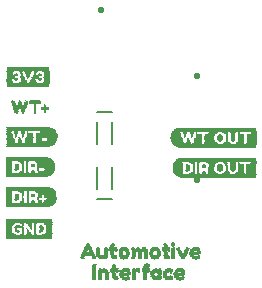
<source format=gto>
G04 EAGLE Gerber RS-274X export*
G75*
%MOMM*%
%FSLAX34Y34*%
%LPD*%
%INSilkscreen Top*%
%IPPOS*%
%AMOC8*
5,1,8,0,0,1.08239X$1,22.5*%
G01*
%ADD10C,0.203200*%
%ADD11C,0.567956*%
%ADD12R,6.640000X0.040000*%
%ADD13R,6.760000X0.040000*%
%ADD14R,6.840000X0.040000*%
%ADD15R,6.920000X0.040000*%
%ADD16R,6.960000X0.040000*%
%ADD17R,7.000000X0.040000*%
%ADD18R,7.040000X0.040000*%
%ADD19R,0.800000X0.040000*%
%ADD20R,1.040000X0.040000*%
%ADD21R,2.040000X0.040000*%
%ADD22R,2.960000X0.040000*%
%ADD23R,0.720000X0.040000*%
%ADD24R,0.400000X0.040000*%
%ADD25R,0.360000X0.040000*%
%ADD26R,0.080000X0.040000*%
%ADD27R,0.760000X0.040000*%
%ADD28R,0.440000X0.040000*%
%ADD29R,0.480000X0.040000*%
%ADD30R,0.120000X0.040000*%
%ADD31R,0.320000X0.040000*%
%ADD32R,0.040000X0.040000*%
%ADD33R,0.680000X0.040000*%
%ADD34R,0.640000X0.040000*%
%ADD35R,0.280000X0.040000*%
%ADD36R,0.600000X0.040000*%
%ADD37R,0.240000X0.040000*%
%ADD38R,0.880000X0.040000*%
%ADD39R,0.200000X0.040000*%
%ADD40R,0.840000X0.040000*%
%ADD41R,0.160000X0.040000*%
%ADD42R,0.520000X0.040000*%
%ADD43R,0.920000X0.040000*%
%ADD44R,0.560000X0.040000*%
%ADD45R,0.960000X0.040000*%
%ADD46R,1.000000X0.040000*%
%ADD47R,1.160000X0.040000*%
%ADD48R,6.480000X0.040000*%
%ADD49R,6.600000X0.040000*%
%ADD50R,6.680000X0.040000*%
%ADD51R,6.800000X0.040000*%
%ADD52R,6.880000X0.040000*%
%ADD53R,3.760000X0.040000*%
%ADD54R,3.520000X0.040000*%
%ADD55R,3.640000X0.040000*%
%ADD56R,3.720000X0.040000*%
%ADD57R,3.800000X0.040000*%
%ADD58R,3.840000X0.040000*%
%ADD59R,3.880000X0.040000*%
%ADD60R,3.920000X0.040000*%
%ADD61R,3.960000X0.040000*%
%ADD62R,1.560000X0.040000*%
%ADD63R,1.480000X0.040000*%
%ADD64R,1.440000X0.040000*%
%ADD65R,1.520000X0.040000*%
%ADD66R,1.400000X0.040000*%
%ADD67R,1.360000X0.040000*%
%ADD68R,1.320000X0.040000*%
%ADD69R,3.680000X0.040000*%
%ADD70R,4.000000X0.040000*%
%ADD71R,4.040000X0.040000*%
%ADD72R,4.080000X0.040000*%
%ADD73R,4.120000X0.040000*%
%ADD74R,1.720000X0.040000*%
%ADD75R,1.640000X0.040000*%
%ADD76R,1.600000X0.040000*%
%ADD77R,1.080000X0.040000*%
%ADD78R,2.480000X0.040000*%
%ADD79R,1.760000X0.040000*%
%ADD80R,1.800000X0.040000*%
%ADD81R,1.680000X0.040000*%
%ADD82R,2.800000X0.040000*%
%ADD83R,1.120000X0.040000*%
%ADD84R,0.200000X0.050000*%
%ADD85R,0.050000X0.050000*%
%ADD86R,0.300000X0.050000*%
%ADD87R,0.250000X0.050000*%
%ADD88R,0.100000X0.050000*%
%ADD89R,0.350000X0.050000*%
%ADD90R,0.400000X0.050000*%
%ADD91R,0.450000X0.050000*%
%ADD92R,0.500000X0.050000*%
%ADD93R,0.550000X0.050000*%
%ADD94R,0.600000X0.050000*%
%ADD95R,0.700000X0.050000*%
%ADD96R,0.650000X0.050000*%
%ADD97R,0.750000X0.050000*%
%ADD98R,0.800000X0.050000*%
%ADD99R,1.300000X0.050000*%
%ADD100R,1.350000X0.050000*%
%ADD101R,0.900000X0.050000*%
%ADD102R,1.400000X0.050000*%
%ADD103R,0.400000X0.060000*%
%ADD104R,0.350000X0.060000*%
%ADD105R,0.300000X0.060000*%
%ADD106R,1.000000X0.050000*%
%ADD107R,0.950000X0.050000*%
%ADD108R,1.050000X0.050000*%
%ADD109R,1.100000X0.050000*%
%ADD110R,1.150000X0.050000*%
%ADD111R,0.850000X0.050000*%
%ADD112R,1.200000X0.060000*%
%ADD113R,0.950000X0.060000*%
%ADD114R,0.600000X0.060000*%
%ADD115R,1.250000X0.050000*%
%ADD116R,0.150000X0.050000*%
%ADD117R,0.750000X0.060000*%
%ADD118R,0.450000X0.060000*%
%ADD119R,0.700000X0.060000*%
%ADD120R,0.100000X0.060000*%
%ADD121R,0.250000X0.060000*%


D10*
X111025Y161210D02*
X98525Y161210D01*
X111025Y152510D02*
X111025Y134510D01*
X98525Y134510D02*
X98525Y152510D01*
D11*
X101600Y247650D03*
X182880Y191770D03*
X182880Y104140D03*
D10*
X111025Y87710D02*
X98525Y87710D01*
X98525Y96410D02*
X98525Y114410D01*
X111025Y114410D02*
X111025Y96410D01*
D12*
X199785Y147065D03*
D13*
X199185Y146665D03*
D14*
X198785Y146265D03*
D15*
X198385Y145865D03*
D16*
X198185Y145465D03*
D17*
X197985Y145065D03*
D18*
X197785Y144665D03*
D19*
X166185Y144265D03*
D20*
X175785Y144265D03*
D21*
X191585Y144265D03*
D22*
X218185Y144265D03*
D23*
X165385Y143865D03*
D24*
X172985Y143865D03*
D25*
X178385Y143865D03*
D26*
X182585Y143865D03*
D27*
X196785Y143865D03*
D28*
X206785Y143865D03*
D29*
X213385Y143865D03*
D30*
X218385Y143865D03*
D28*
X230785Y143865D03*
D23*
X165385Y143465D03*
D31*
X172985Y143465D03*
X178585Y143465D03*
D32*
X182785Y143465D03*
D33*
X196385Y143465D03*
D25*
X207185Y143465D03*
D24*
X213385Y143465D03*
D26*
X218585Y143465D03*
D24*
X230985Y143465D03*
D27*
X165185Y143065D03*
D31*
X172985Y143065D03*
X178585Y143065D03*
D32*
X182785Y143065D03*
D34*
X196185Y143065D03*
D31*
X207385Y143065D03*
D24*
X213385Y143065D03*
D26*
X218585Y143065D03*
D24*
X230985Y143065D03*
D27*
X165185Y142665D03*
D35*
X172785Y142665D03*
X178385Y142665D03*
D32*
X182785Y142665D03*
D36*
X195985Y142665D03*
D35*
X207585Y142665D03*
D24*
X213385Y142665D03*
D26*
X218585Y142665D03*
D24*
X230985Y142665D03*
D19*
X164985Y142265D03*
D37*
X172985Y142265D03*
X178585Y142265D03*
D26*
X182985Y142265D03*
D36*
X195585Y142265D03*
D37*
X207785Y142265D03*
D24*
X213385Y142265D03*
D30*
X218785Y142265D03*
D28*
X230785Y142265D03*
D19*
X164985Y141865D03*
D37*
X172985Y141865D03*
X178585Y141865D03*
D29*
X184585Y141865D03*
D38*
X193785Y141865D03*
D39*
X207985Y141865D03*
D24*
X213385Y141865D03*
D28*
X220385Y141865D03*
D19*
X228985Y141865D03*
D40*
X165185Y141465D03*
D39*
X172785Y141465D03*
X178385Y141465D03*
D29*
X184585Y141465D03*
D40*
X193585Y141465D03*
D37*
X202585Y141465D03*
D41*
X208185Y141465D03*
D24*
X213385Y141465D03*
D28*
X220385Y141465D03*
D19*
X228985Y141465D03*
D38*
X164985Y141065D03*
D41*
X172985Y141065D03*
X178585Y141065D03*
D42*
X184385Y141065D03*
D40*
X193585Y141065D03*
D25*
X202385Y141065D03*
D41*
X208185Y141065D03*
D24*
X213385Y141065D03*
D28*
X220385Y141065D03*
D19*
X228985Y141065D03*
D38*
X164985Y140665D03*
D41*
X172985Y140665D03*
X178585Y140665D03*
D42*
X184385Y140665D03*
D40*
X193585Y140665D03*
D24*
X202585Y140665D03*
D41*
X208185Y140665D03*
D24*
X213385Y140665D03*
D28*
X220385Y140665D03*
D19*
X228985Y140665D03*
D43*
X165185Y140265D03*
D30*
X172785Y140265D03*
X178385Y140265D03*
D42*
X184385Y140265D03*
D19*
X193385Y140265D03*
D29*
X202585Y140265D03*
D30*
X208385Y140265D03*
D24*
X213385Y140265D03*
D28*
X220385Y140265D03*
D19*
X228985Y140265D03*
D43*
X165185Y139865D03*
D26*
X172985Y139865D03*
X178585Y139865D03*
D44*
X184185Y139865D03*
D19*
X193385Y139865D03*
D29*
X202585Y139865D03*
D30*
X208385Y139865D03*
D24*
X213385Y139865D03*
D28*
X220385Y139865D03*
D19*
X228985Y139865D03*
D45*
X165385Y139465D03*
D26*
X172985Y139465D03*
X178585Y139465D03*
D44*
X184185Y139465D03*
D19*
X193385Y139465D03*
D44*
X202585Y139465D03*
D30*
X208385Y139465D03*
D24*
X213385Y139465D03*
D28*
X220385Y139465D03*
D19*
X228985Y139465D03*
D45*
X165385Y139065D03*
D32*
X172785Y139065D03*
X178385Y139065D03*
D44*
X184185Y139065D03*
D19*
X193385Y139065D03*
D44*
X202585Y139065D03*
D30*
X208385Y139065D03*
D24*
X213385Y139065D03*
D28*
X220385Y139065D03*
D19*
X228985Y139065D03*
D45*
X165385Y138665D03*
D32*
X175585Y138665D03*
D36*
X183985Y138665D03*
D19*
X193385Y138665D03*
D44*
X202585Y138665D03*
D30*
X208385Y138665D03*
D24*
X213385Y138665D03*
D28*
X220385Y138665D03*
D19*
X228985Y138665D03*
D46*
X165585Y138265D03*
D26*
X175785Y138265D03*
D36*
X183985Y138265D03*
D19*
X193385Y138265D03*
D44*
X202585Y138265D03*
D30*
X208385Y138265D03*
D24*
X213385Y138265D03*
D28*
X220385Y138265D03*
D19*
X228985Y138265D03*
D46*
X165585Y137865D03*
D30*
X175585Y137865D03*
D36*
X183985Y137865D03*
D19*
X193385Y137865D03*
D29*
X202585Y137865D03*
D30*
X208385Y137865D03*
D24*
X213385Y137865D03*
D28*
X220385Y137865D03*
D19*
X228985Y137865D03*
D46*
X165585Y137465D03*
D30*
X175585Y137465D03*
D34*
X183785Y137465D03*
D19*
X193385Y137465D03*
D29*
X202585Y137465D03*
D41*
X208185Y137465D03*
D24*
X213385Y137465D03*
D29*
X220185Y137465D03*
D19*
X228985Y137465D03*
D20*
X165785Y137065D03*
D41*
X175785Y137065D03*
D34*
X183785Y137065D03*
D40*
X193585Y137065D03*
D24*
X202585Y137065D03*
D41*
X208185Y137065D03*
D31*
X213385Y137065D03*
D29*
X220185Y137065D03*
D19*
X228985Y137065D03*
D46*
X165985Y136665D03*
D39*
X175585Y136665D03*
D34*
X183785Y136665D03*
D40*
X193585Y136665D03*
D31*
X202585Y136665D03*
D41*
X208185Y136665D03*
D31*
X213385Y136665D03*
D29*
X220185Y136665D03*
D19*
X228985Y136665D03*
D46*
X165985Y136265D03*
D39*
X175585Y136265D03*
D33*
X183585Y136265D03*
D38*
X193785Y136265D03*
D37*
X202585Y136265D03*
X208185Y136265D03*
D39*
X213585Y136265D03*
D42*
X219985Y136265D03*
D19*
X228985Y136265D03*
D20*
X166185Y135865D03*
D37*
X175785Y135865D03*
D33*
X183585Y135865D03*
D38*
X193785Y135865D03*
D37*
X208185Y135865D03*
D42*
X219985Y135865D03*
D19*
X228985Y135865D03*
D46*
X166385Y135465D03*
D35*
X175585Y135465D03*
D33*
X183585Y135465D03*
D43*
X193985Y135465D03*
D31*
X208185Y135465D03*
D44*
X219785Y135465D03*
D19*
X228985Y135465D03*
D46*
X166385Y135065D03*
D31*
X175785Y135065D03*
D23*
X183385Y135065D03*
D45*
X194185Y135065D03*
D24*
X208185Y135065D03*
D44*
X219785Y135065D03*
D19*
X228985Y135065D03*
D46*
X166785Y134665D03*
D31*
X175785Y134665D03*
D23*
X183385Y134665D03*
D46*
X194385Y134665D03*
D29*
X208185Y134665D03*
D36*
X219585Y134665D03*
D19*
X228985Y134665D03*
D46*
X166785Y134265D03*
D25*
X175585Y134265D03*
D23*
X183385Y134265D03*
D20*
X194585Y134265D03*
D44*
X208185Y134265D03*
D33*
X219185Y134265D03*
D19*
X228985Y134265D03*
D46*
X167185Y133865D03*
D28*
X175585Y133865D03*
D40*
X183185Y133865D03*
D47*
X194785Y133865D03*
D23*
X208185Y133865D03*
D27*
X219185Y133865D03*
D40*
X228785Y133865D03*
D18*
X197785Y133465D03*
D17*
X197985Y133065D03*
D16*
X198185Y132665D03*
D15*
X198385Y132265D03*
D14*
X198785Y131865D03*
D13*
X199185Y131465D03*
D12*
X199785Y131065D03*
D48*
X200490Y121665D03*
D49*
X199890Y121265D03*
D50*
X199490Y120865D03*
D13*
X199090Y120465D03*
D51*
X198890Y120065D03*
D14*
X198690Y119665D03*
D52*
X198490Y119265D03*
D53*
X182490Y118865D03*
D22*
X218090Y118865D03*
D27*
X167090Y118465D03*
D28*
X178690Y118465D03*
D41*
X184090Y118465D03*
D45*
X195290Y118465D03*
D24*
X206490Y118465D03*
D28*
X213090Y118465D03*
D26*
X218090Y118465D03*
D28*
X230690Y118465D03*
D27*
X167090Y118065D03*
D25*
X179090Y118065D03*
D30*
X183890Y118065D03*
D19*
X195290Y118065D03*
D31*
X206890Y118065D03*
D28*
X213090Y118065D03*
D26*
X218090Y118065D03*
D28*
X230690Y118065D03*
D19*
X166890Y117665D03*
D31*
X179290Y117665D03*
D30*
X183890Y117665D03*
D23*
X195290Y117665D03*
D35*
X207090Y117665D03*
D28*
X213090Y117665D03*
D26*
X218090Y117665D03*
D28*
X230690Y117665D03*
D19*
X166890Y117265D03*
D37*
X179690Y117265D03*
D30*
X183890Y117265D03*
D34*
X195290Y117265D03*
D37*
X207290Y117265D03*
D28*
X213090Y117265D03*
D26*
X218090Y117265D03*
D28*
X230690Y117265D03*
D40*
X166690Y116865D03*
D37*
X179690Y116865D03*
D30*
X183890Y116865D03*
D36*
X195090Y116865D03*
D39*
X207490Y116865D03*
D28*
X213090Y116865D03*
D30*
X218290Y116865D03*
D29*
X230490Y116865D03*
D40*
X166690Y116465D03*
D39*
X179890Y116465D03*
D30*
X183890Y116465D03*
D44*
X195290Y116465D03*
D39*
X207490Y116465D03*
D28*
X213090Y116465D03*
D29*
X220090Y116465D03*
D19*
X228890Y116465D03*
D40*
X166690Y116065D03*
D37*
X174490Y116065D03*
D41*
X180090Y116065D03*
D30*
X183890Y116065D03*
D37*
X188490Y116065D03*
D42*
X195090Y116065D03*
D35*
X202290Y116065D03*
D41*
X207690Y116065D03*
D28*
X213090Y116065D03*
D29*
X220090Y116065D03*
D19*
X228890Y116065D03*
D38*
X166490Y115665D03*
D31*
X174890Y115665D03*
D41*
X180090Y115665D03*
D30*
X183890Y115665D03*
D35*
X188690Y115665D03*
D29*
X195290Y115665D03*
D25*
X202290Y115665D03*
D41*
X207690Y115665D03*
D28*
X213090Y115665D03*
D29*
X220090Y115665D03*
D19*
X228890Y115665D03*
D38*
X166490Y115265D03*
D25*
X175090Y115265D03*
D30*
X180290Y115265D03*
X183890Y115265D03*
D35*
X188690Y115265D03*
D28*
X195090Y115265D03*
X202290Y115265D03*
D30*
X207890Y115265D03*
D28*
X213090Y115265D03*
D29*
X220090Y115265D03*
D19*
X228890Y115265D03*
D38*
X166490Y114865D03*
D25*
X175090Y114865D03*
D30*
X180290Y114865D03*
X183890Y114865D03*
D35*
X188690Y114865D03*
D28*
X195090Y114865D03*
D29*
X202090Y114865D03*
D30*
X207890Y114865D03*
D28*
X213090Y114865D03*
D29*
X220090Y114865D03*
D19*
X228890Y114865D03*
D38*
X166490Y114465D03*
D24*
X175290Y114465D03*
D30*
X180290Y114465D03*
X183890Y114465D03*
D35*
X188690Y114465D03*
D28*
X195090Y114465D03*
D42*
X202290Y114465D03*
D30*
X207890Y114465D03*
D28*
X213090Y114465D03*
D29*
X220090Y114465D03*
D19*
X228890Y114465D03*
D38*
X166490Y114065D03*
D24*
X175290Y114065D03*
D30*
X180290Y114065D03*
X183890Y114065D03*
D35*
X188690Y114065D03*
D29*
X194890Y114065D03*
D42*
X202290Y114065D03*
D30*
X207890Y114065D03*
D28*
X213090Y114065D03*
D29*
X220090Y114065D03*
D19*
X228890Y114065D03*
D38*
X166490Y113665D03*
D24*
X175290Y113665D03*
D30*
X180290Y113665D03*
X183890Y113665D03*
D28*
X194690Y113665D03*
D42*
X202290Y113665D03*
D30*
X207890Y113665D03*
D28*
X213090Y113665D03*
D29*
X220090Y113665D03*
D19*
X228890Y113665D03*
D38*
X166490Y113265D03*
D24*
X175290Y113265D03*
D30*
X180290Y113265D03*
X183890Y113265D03*
D28*
X194690Y113265D03*
D42*
X202290Y113265D03*
D30*
X207890Y113265D03*
D28*
X213090Y113265D03*
D29*
X220090Y113265D03*
D19*
X228890Y113265D03*
D38*
X166490Y112865D03*
D24*
X175290Y112865D03*
D30*
X180290Y112865D03*
X183890Y112865D03*
D42*
X194690Y112865D03*
X202290Y112865D03*
D30*
X207890Y112865D03*
D28*
X213090Y112865D03*
D29*
X220090Y112865D03*
D19*
X228890Y112865D03*
D38*
X166490Y112465D03*
D24*
X175290Y112465D03*
D30*
X180290Y112465D03*
X183890Y112465D03*
D44*
X194490Y112465D03*
D42*
X202290Y112465D03*
D30*
X207890Y112465D03*
D28*
X213090Y112465D03*
D29*
X220090Y112465D03*
D19*
X228890Y112465D03*
D38*
X166490Y112065D03*
D25*
X175090Y112065D03*
D30*
X180290Y112065D03*
X183890Y112065D03*
D44*
X194490Y112065D03*
D28*
X202290Y112065D03*
D30*
X207890Y112065D03*
D25*
X213090Y112065D03*
D29*
X220090Y112065D03*
D19*
X228890Y112065D03*
D38*
X166490Y111665D03*
D31*
X174890Y111665D03*
D41*
X180090Y111665D03*
D30*
X183890Y111665D03*
D42*
X194690Y111665D03*
D28*
X202290Y111665D03*
D41*
X208090Y111665D03*
D25*
X213090Y111665D03*
D29*
X220090Y111665D03*
D19*
X228890Y111665D03*
D40*
X166690Y111265D03*
D35*
X174690Y111265D03*
D41*
X180090Y111265D03*
D30*
X183890Y111265D03*
D44*
X194890Y111265D03*
D25*
X202290Y111265D03*
D39*
X207890Y111265D03*
D35*
X213090Y111265D03*
D42*
X219890Y111265D03*
D19*
X228890Y111265D03*
D40*
X166690Y110865D03*
D39*
X174290Y110865D03*
X179890Y110865D03*
D30*
X183890Y110865D03*
D37*
X188490Y110865D03*
D44*
X194890Y110865D03*
D39*
X202290Y110865D03*
X207890Y110865D03*
X213090Y110865D03*
D42*
X219890Y110865D03*
D19*
X228890Y110865D03*
D40*
X166690Y110465D03*
D39*
X179890Y110465D03*
D30*
X183890Y110465D03*
D37*
X188490Y110465D03*
D44*
X195290Y110465D03*
D35*
X207890Y110465D03*
D44*
X219690Y110465D03*
D19*
X228890Y110465D03*
X166890Y110065D03*
D37*
X179690Y110065D03*
D30*
X183890Y110065D03*
D35*
X188690Y110065D03*
D44*
X195290Y110065D03*
D31*
X207690Y110065D03*
D44*
X219690Y110065D03*
D19*
X228890Y110065D03*
X166890Y109665D03*
D35*
X179490Y109665D03*
D30*
X183890Y109665D03*
D35*
X188690Y109665D03*
D44*
X195690Y109665D03*
D25*
X207890Y109665D03*
D36*
X219490Y109665D03*
D19*
X228890Y109665D03*
D27*
X167090Y109265D03*
D31*
X179290Y109265D03*
D30*
X183890Y109265D03*
D35*
X188690Y109265D03*
D36*
X195890Y109265D03*
D28*
X207890Y109265D03*
D34*
X219290Y109265D03*
D19*
X228890Y109265D03*
D27*
X167090Y108865D03*
D24*
X178890Y108865D03*
D41*
X184090Y108865D03*
D25*
X188690Y108865D03*
D33*
X196290Y108865D03*
D44*
X207690Y108865D03*
D33*
X219090Y108865D03*
D19*
X228890Y108865D03*
D23*
X167290Y108465D03*
D42*
X178690Y108465D03*
D39*
X183890Y108465D03*
D25*
X188690Y108465D03*
D40*
X196290Y108465D03*
D23*
X207690Y108465D03*
D19*
X218890Y108465D03*
D40*
X228690Y108465D03*
D52*
X198490Y108065D03*
D14*
X198690Y107665D03*
D51*
X198890Y107265D03*
D13*
X199090Y106865D03*
D50*
X199490Y106465D03*
D49*
X199890Y106065D03*
D48*
X200490Y105665D03*
D54*
X38910Y122300D03*
D55*
X39510Y121900D03*
D56*
X39910Y121500D03*
D57*
X40310Y121100D03*
D58*
X40510Y120700D03*
D59*
X40710Y120300D03*
D60*
X40910Y119900D03*
D61*
X41110Y119500D03*
D29*
X23710Y119100D03*
D28*
X33910Y119100D03*
D41*
X39310Y119100D03*
D62*
X53510Y119100D03*
D29*
X23710Y118700D03*
D25*
X34310Y118700D03*
D30*
X39110Y118700D03*
D63*
X53910Y118700D03*
D29*
X23710Y118300D03*
D31*
X34510Y118300D03*
D30*
X39110Y118300D03*
D63*
X54310Y118300D03*
D29*
X23710Y117900D03*
D37*
X34910Y117900D03*
D30*
X39110Y117900D03*
D64*
X54510Y117900D03*
D29*
X23710Y117500D03*
D37*
X34910Y117500D03*
D30*
X39110Y117500D03*
D63*
X54710Y117500D03*
D29*
X23710Y117100D03*
D39*
X35110Y117100D03*
D30*
X39110Y117100D03*
D64*
X54910Y117100D03*
D29*
X23710Y116700D03*
D37*
X29710Y116700D03*
D41*
X35310Y116700D03*
D30*
X39110Y116700D03*
D37*
X43710Y116700D03*
D64*
X54910Y116700D03*
D29*
X23710Y116300D03*
D31*
X30110Y116300D03*
D41*
X35310Y116300D03*
D30*
X39110Y116300D03*
D35*
X43910Y116300D03*
D64*
X55310Y116300D03*
D29*
X23710Y115900D03*
D25*
X30310Y115900D03*
D30*
X35510Y115900D03*
X39110Y115900D03*
D35*
X43910Y115900D03*
D64*
X55310Y115900D03*
D29*
X23710Y115500D03*
D25*
X30310Y115500D03*
D30*
X35510Y115500D03*
X39110Y115500D03*
D35*
X43910Y115500D03*
D64*
X55310Y115500D03*
D29*
X23710Y115100D03*
D24*
X30510Y115100D03*
D30*
X35510Y115100D03*
X39110Y115100D03*
D35*
X43910Y115100D03*
D64*
X55310Y115100D03*
D29*
X23710Y114700D03*
D24*
X30510Y114700D03*
D30*
X35510Y114700D03*
X39110Y114700D03*
D35*
X43910Y114700D03*
D63*
X55110Y114700D03*
D29*
X23710Y114300D03*
D24*
X30510Y114300D03*
D30*
X35510Y114300D03*
X39110Y114300D03*
D63*
X55110Y114300D03*
D29*
X23710Y113900D03*
D24*
X30510Y113900D03*
D30*
X35510Y113900D03*
X39110Y113900D03*
D63*
X55110Y113900D03*
D29*
X23710Y113500D03*
D24*
X30510Y113500D03*
D30*
X35510Y113500D03*
X39110Y113500D03*
D65*
X54910Y113500D03*
D29*
X23710Y113100D03*
D24*
X30510Y113100D03*
D30*
X35510Y113100D03*
X39110Y113100D03*
D37*
X48110Y113100D03*
D43*
X57910Y113100D03*
D29*
X23710Y112700D03*
D25*
X30310Y112700D03*
D30*
X35510Y112700D03*
X39110Y112700D03*
D39*
X47910Y112700D03*
D40*
X58310Y112700D03*
D29*
X23710Y112300D03*
D31*
X30110Y112300D03*
D41*
X35310Y112300D03*
D30*
X39110Y112300D03*
X47910Y112300D03*
D40*
X58310Y112300D03*
D29*
X23710Y111900D03*
D35*
X29910Y111900D03*
D41*
X35310Y111900D03*
D30*
X39110Y111900D03*
X47910Y111900D03*
D19*
X58110Y111900D03*
D29*
X23710Y111500D03*
D39*
X29510Y111500D03*
X35110Y111500D03*
D30*
X39110Y111500D03*
D37*
X43710Y111500D03*
D30*
X47910Y111500D03*
D19*
X58110Y111500D03*
D29*
X23710Y111100D03*
D39*
X35110Y111100D03*
D30*
X39110Y111100D03*
D37*
X43710Y111100D03*
D30*
X48310Y111100D03*
D40*
X57910Y111100D03*
D29*
X23710Y110700D03*
D37*
X34910Y110700D03*
D30*
X39110Y110700D03*
D35*
X43910Y110700D03*
D66*
X54710Y110700D03*
D29*
X23710Y110300D03*
D35*
X34710Y110300D03*
D30*
X39110Y110300D03*
D35*
X43910Y110300D03*
D67*
X54910Y110300D03*
D29*
X23710Y109900D03*
D31*
X34510Y109900D03*
D30*
X39110Y109900D03*
D35*
X43910Y109900D03*
D68*
X54710Y109900D03*
D29*
X23710Y109500D03*
D24*
X34110Y109500D03*
D41*
X39310Y109500D03*
D25*
X43910Y109500D03*
D68*
X54710Y109500D03*
D29*
X23710Y109100D03*
D42*
X33910Y109100D03*
D39*
X39110Y109100D03*
D25*
X43910Y109100D03*
D67*
X54110Y109100D03*
D60*
X40910Y108700D03*
D59*
X40710Y108300D03*
D58*
X40510Y107900D03*
D57*
X40310Y107500D03*
D56*
X39910Y107100D03*
D55*
X39510Y106700D03*
D54*
X38910Y106300D03*
D69*
X39710Y96900D03*
D57*
X40310Y96500D03*
D59*
X40710Y96100D03*
D61*
X41110Y95700D03*
D70*
X41310Y95300D03*
D71*
X41510Y94900D03*
D72*
X41710Y94500D03*
D73*
X41910Y94100D03*
D29*
X23710Y93700D03*
X34110Y93700D03*
D41*
X39310Y93700D03*
D74*
X54310Y93700D03*
D29*
X23710Y93300D03*
D25*
X34310Y93300D03*
D41*
X39310Y93300D03*
D75*
X54710Y93300D03*
D29*
X23710Y92900D03*
D35*
X34710Y92900D03*
D30*
X39510Y92900D03*
D75*
X55110Y92900D03*
D29*
X23710Y92500D03*
D37*
X34910Y92500D03*
D30*
X39510Y92500D03*
D76*
X55310Y92500D03*
D29*
X23710Y92100D03*
D39*
X35110Y92100D03*
D30*
X39510Y92100D03*
D76*
X55710Y92100D03*
D29*
X23710Y91700D03*
D41*
X35310Y91700D03*
D30*
X39510Y91700D03*
D76*
X55710Y91700D03*
D29*
X23710Y91300D03*
D37*
X29710Y91300D03*
D41*
X35310Y91300D03*
D30*
X39510Y91300D03*
D37*
X43710Y91300D03*
D76*
X55710Y91300D03*
D29*
X23710Y90900D03*
D31*
X30110Y90900D03*
D30*
X35510Y90900D03*
X39510Y90900D03*
D35*
X43910Y90900D03*
D76*
X56110Y90900D03*
D29*
X23710Y90500D03*
D25*
X30310Y90500D03*
D30*
X35510Y90500D03*
X39510Y90500D03*
D31*
X44110Y90500D03*
X49710Y90500D03*
D77*
X58710Y90500D03*
D29*
X23710Y90100D03*
D24*
X30510Y90100D03*
D30*
X35510Y90100D03*
X39510Y90100D03*
D31*
X44110Y90100D03*
X49710Y90100D03*
D77*
X58710Y90100D03*
D29*
X23710Y89700D03*
D24*
X30510Y89700D03*
D26*
X35710Y89700D03*
D30*
X39510Y89700D03*
D35*
X43910Y89700D03*
D31*
X49710Y89700D03*
D77*
X58710Y89700D03*
D29*
X23710Y89300D03*
D24*
X30510Y89300D03*
D26*
X35710Y89300D03*
D30*
X39510Y89300D03*
D35*
X43910Y89300D03*
D31*
X49710Y89300D03*
D77*
X58710Y89300D03*
D29*
X23710Y88900D03*
D24*
X30510Y88900D03*
D26*
X35710Y88900D03*
D30*
X39510Y88900D03*
D25*
X49510Y88900D03*
D77*
X58710Y88900D03*
D29*
X23710Y88500D03*
D24*
X30510Y88500D03*
D26*
X35710Y88500D03*
D30*
X39510Y88500D03*
D41*
X48510Y88500D03*
D43*
X59510Y88500D03*
D29*
X23710Y88100D03*
D24*
X30510Y88100D03*
D26*
X35710Y88100D03*
D30*
X39510Y88100D03*
D41*
X48110Y88100D03*
D40*
X59910Y88100D03*
D29*
X23710Y87700D03*
D24*
X30510Y87700D03*
D30*
X35510Y87700D03*
X39510Y87700D03*
D39*
X47910Y87700D03*
D40*
X59910Y87700D03*
D29*
X23710Y87300D03*
D25*
X30310Y87300D03*
D30*
X35510Y87300D03*
X39510Y87300D03*
D39*
X47910Y87300D03*
D40*
X59910Y87300D03*
D29*
X23710Y86900D03*
D25*
X30310Y86900D03*
D30*
X35510Y86900D03*
X39510Y86900D03*
D41*
X48110Y86900D03*
D40*
X59910Y86900D03*
D29*
X23710Y86500D03*
D35*
X29910Y86500D03*
D41*
X35310Y86500D03*
D30*
X39510Y86500D03*
D39*
X48310Y86500D03*
D40*
X59510Y86500D03*
D29*
X23710Y86100D03*
D39*
X29510Y86100D03*
D41*
X35310Y86100D03*
D30*
X39510Y86100D03*
D37*
X43710Y86100D03*
D25*
X49510Y86100D03*
D20*
X58510Y86100D03*
D29*
X23710Y85700D03*
D39*
X35110Y85700D03*
D30*
X39510Y85700D03*
D37*
X43710Y85700D03*
D25*
X49510Y85700D03*
D20*
X58510Y85700D03*
D29*
X23710Y85300D03*
D37*
X34910Y85300D03*
D30*
X39510Y85300D03*
D35*
X43910Y85300D03*
D31*
X49710Y85300D03*
D46*
X58310Y85300D03*
D29*
X23710Y84900D03*
D35*
X34710Y84900D03*
D30*
X39510Y84900D03*
D35*
X43910Y84900D03*
D31*
X49710Y84900D03*
D46*
X58310Y84900D03*
D29*
X23710Y84500D03*
D31*
X34510Y84500D03*
D30*
X39510Y84500D03*
D31*
X44110Y84500D03*
X49710Y84500D03*
D45*
X58110Y84500D03*
D29*
X23710Y84100D03*
D24*
X34510Y84100D03*
D41*
X39310Y84100D03*
D31*
X44110Y84100D03*
D25*
X49910Y84100D03*
D46*
X57910Y84100D03*
D42*
X23910Y83700D03*
X33910Y83700D03*
D39*
X39510Y83700D03*
D24*
X44110Y83700D03*
D65*
X54910Y83700D03*
D72*
X41710Y83300D03*
D71*
X41510Y82900D03*
D70*
X41310Y82500D03*
D61*
X41110Y82100D03*
D59*
X40710Y81700D03*
D57*
X40310Y81300D03*
D69*
X39710Y80900D03*
X40110Y147700D03*
D57*
X40710Y147300D03*
D59*
X41110Y146900D03*
D61*
X41510Y146500D03*
D70*
X41710Y146100D03*
D71*
X41910Y145700D03*
D72*
X42110Y145300D03*
D44*
X24510Y144900D03*
D46*
X32710Y144900D03*
D78*
X50510Y144900D03*
D28*
X23910Y144500D03*
D25*
X29910Y144500D03*
X35510Y144500D03*
D26*
X39710Y144500D03*
D68*
X56710Y144500D03*
D24*
X23710Y144100D03*
D25*
X29910Y144100D03*
X35510Y144100D03*
D32*
X39910Y144100D03*
D68*
X56710Y144100D03*
D24*
X23710Y143700D03*
D35*
X29910Y143700D03*
X35510Y143700D03*
D32*
X39910Y143700D03*
D67*
X56910Y143700D03*
D24*
X23710Y143300D03*
D35*
X29910Y143300D03*
X35510Y143300D03*
D32*
X39910Y143300D03*
D67*
X56910Y143300D03*
D28*
X23910Y142900D03*
D35*
X29910Y142900D03*
X35510Y142900D03*
D30*
X39910Y142900D03*
D64*
X56910Y142900D03*
D28*
X23910Y142500D03*
D39*
X29910Y142500D03*
X35510Y142500D03*
D29*
X41710Y142500D03*
D79*
X55310Y142500D03*
D28*
X23910Y142100D03*
D39*
X29910Y142100D03*
X35510Y142100D03*
D42*
X41510Y142100D03*
D79*
X55310Y142100D03*
D29*
X24110Y141700D03*
D39*
X29910Y141700D03*
X35510Y141700D03*
D42*
X41510Y141700D03*
D80*
X55510Y141700D03*
D29*
X24110Y141300D03*
D30*
X29910Y141300D03*
X35510Y141300D03*
D42*
X41510Y141300D03*
D80*
X55510Y141300D03*
D29*
X24110Y140900D03*
D30*
X29910Y140900D03*
X35510Y140900D03*
D44*
X41310Y140900D03*
D80*
X55510Y140900D03*
D42*
X24310Y140500D03*
D30*
X29910Y140500D03*
X35510Y140500D03*
D44*
X41310Y140500D03*
D80*
X55510Y140500D03*
D42*
X24310Y140100D03*
D32*
X29910Y140100D03*
X35510Y140100D03*
D44*
X41310Y140100D03*
D80*
X55510Y140100D03*
D44*
X24510Y139700D03*
D32*
X29910Y139700D03*
X35510Y139700D03*
D36*
X41110Y139700D03*
D80*
X55510Y139700D03*
D44*
X24510Y139300D03*
D32*
X32710Y139300D03*
D36*
X41110Y139300D03*
D80*
X55510Y139300D03*
D44*
X24510Y138900D03*
D26*
X32510Y138900D03*
D36*
X41110Y138900D03*
D80*
X55510Y138900D03*
D36*
X24710Y138500D03*
D30*
X32710Y138500D03*
D34*
X40910Y138500D03*
D29*
X48910Y138500D03*
D38*
X60110Y138500D03*
D36*
X24710Y138100D03*
D30*
X32710Y138100D03*
D34*
X40910Y138100D03*
D28*
X48710Y138100D03*
D40*
X60310Y138100D03*
D36*
X24710Y137700D03*
D41*
X32510Y137700D03*
D34*
X40910Y137700D03*
D28*
X48710Y137700D03*
D40*
X60310Y137700D03*
D34*
X24910Y137300D03*
D39*
X32710Y137300D03*
D33*
X40710Y137300D03*
D28*
X48710Y137300D03*
D19*
X60110Y137300D03*
D34*
X24910Y136900D03*
D39*
X32710Y136900D03*
D33*
X40710Y136900D03*
D28*
X48710Y136900D03*
D19*
X60110Y136900D03*
D34*
X24910Y136500D03*
D35*
X32710Y136500D03*
D33*
X40710Y136500D03*
D29*
X48910Y136500D03*
D19*
X60110Y136500D03*
D33*
X25110Y136100D03*
D35*
X32710Y136100D03*
D23*
X40510Y136100D03*
D74*
X55110Y136100D03*
D33*
X25110Y135700D03*
D35*
X32710Y135700D03*
D23*
X40510Y135700D03*
D74*
X55110Y135700D03*
D33*
X25110Y135300D03*
D25*
X32710Y135300D03*
D23*
X40510Y135300D03*
D81*
X54910Y135300D03*
D23*
X25310Y134900D03*
D25*
X32710Y134900D03*
D27*
X40310Y134900D03*
D81*
X54910Y134900D03*
D27*
X25510Y134500D03*
D28*
X32710Y134500D03*
D40*
X40310Y134500D03*
D81*
X54510Y134500D03*
D72*
X42110Y134100D03*
D71*
X41910Y133700D03*
D70*
X41710Y133300D03*
D61*
X41510Y132900D03*
D59*
X41110Y132500D03*
D57*
X40710Y132100D03*
D69*
X40110Y131700D03*
D55*
X39910Y198500D03*
X39910Y198100D03*
X39910Y197700D03*
X39910Y197300D03*
X39910Y196900D03*
X39910Y196500D03*
X39910Y196100D03*
D23*
X25310Y195700D03*
D80*
X39910Y195700D03*
D23*
X54510Y195700D03*
D36*
X24710Y195300D03*
D35*
X33510Y195300D03*
D36*
X39910Y195300D03*
D35*
X46310Y195300D03*
D36*
X55110Y195300D03*
D44*
X24510Y194900D03*
D39*
X33510Y194900D03*
D36*
X39910Y194900D03*
D39*
X46310Y194900D03*
D44*
X55310Y194900D03*
D42*
X24310Y194500D03*
D41*
X33710Y194500D03*
D42*
X39910Y194500D03*
D41*
X46110Y194500D03*
D42*
X55510Y194500D03*
D29*
X24110Y194100D03*
D30*
X33910Y194100D03*
D42*
X39910Y194100D03*
D30*
X45910Y194100D03*
D29*
X55710Y194100D03*
X24110Y193700D03*
D41*
X34110Y193700D03*
D29*
X40110Y193700D03*
D41*
X45710Y193700D03*
D29*
X55710Y193700D03*
X24110Y193300D03*
D26*
X30110Y193300D03*
D30*
X34310Y193300D03*
D28*
X39910Y193300D03*
D41*
X45710Y193300D03*
D26*
X50110Y193300D03*
D28*
X55910Y193300D03*
D29*
X24110Y192900D03*
D39*
X29910Y192900D03*
D41*
X34510Y192900D03*
D24*
X40110Y192900D03*
D39*
X45510Y192900D03*
X49910Y192900D03*
D28*
X55910Y192900D03*
D29*
X24110Y192500D03*
D35*
X29910Y192500D03*
D41*
X34510Y192500D03*
D25*
X39910Y192500D03*
D39*
X45510Y192500D03*
D35*
X49910Y192500D03*
D28*
X55910Y192500D03*
D44*
X24510Y192100D03*
D35*
X29510Y192100D03*
D39*
X34710Y192100D03*
D31*
X40110Y192100D03*
X45710Y192100D03*
D35*
X49510Y192100D03*
D28*
X55910Y192100D03*
D23*
X25310Y191700D03*
D37*
X34510Y191700D03*
D35*
X39910Y191700D03*
D29*
X46510Y191700D03*
X55710Y191700D03*
D23*
X25310Y191300D03*
D35*
X34710Y191300D03*
X39910Y191300D03*
D42*
X46310Y191300D03*
D29*
X55710Y191300D03*
D23*
X25310Y190900D03*
D31*
X34510Y190900D03*
D39*
X39910Y190900D03*
D42*
X46310Y190900D03*
X55510Y190900D03*
D23*
X25310Y190500D03*
D24*
X34510Y190500D03*
D39*
X39910Y190500D03*
D44*
X46110Y190500D03*
X55310Y190500D03*
D23*
X25310Y190100D03*
D31*
X34910Y190100D03*
D30*
X39910Y190100D03*
D44*
X46110Y190100D03*
D29*
X55710Y190100D03*
D23*
X25310Y189700D03*
D25*
X35110Y189700D03*
D30*
X39910Y189700D03*
D36*
X45910Y189700D03*
D29*
X55710Y189700D03*
D38*
X26110Y189300D03*
D31*
X35310Y189300D03*
D32*
X39910Y189300D03*
D27*
X46710Y189300D03*
D28*
X55910Y189300D03*
D29*
X24110Y188900D03*
D31*
X29710Y188900D03*
D25*
X35510Y188900D03*
D32*
X39910Y188900D03*
D24*
X44510Y188900D03*
D31*
X49710Y188900D03*
D28*
X55910Y188900D03*
X23910Y188500D03*
D35*
X29910Y188500D03*
D25*
X35510Y188500D03*
X44310Y188500D03*
D35*
X49910Y188500D03*
D28*
X55910Y188500D03*
X23910Y188100D03*
D35*
X29910Y188100D03*
D24*
X35710Y188100D03*
X44110Y188100D03*
D35*
X49910Y188100D03*
D28*
X55910Y188100D03*
X23910Y187700D03*
D39*
X29910Y187700D03*
D24*
X35710Y187700D03*
X44110Y187700D03*
D39*
X49910Y187700D03*
D28*
X55910Y187700D03*
X23910Y187300D03*
X35910Y187300D03*
X43910Y187300D03*
X55910Y187300D03*
X23910Y186900D03*
X35910Y186900D03*
X43910Y186900D03*
X55910Y186900D03*
D29*
X24110Y186500D03*
D42*
X35910Y186500D03*
X43910Y186500D03*
D29*
X55710Y186500D03*
D42*
X24310Y186100D03*
D44*
X35710Y186100D03*
X44110Y186100D03*
D42*
X55510Y186100D03*
D44*
X24510Y185700D03*
D34*
X35710Y185700D03*
X44110Y185700D03*
D44*
X55310Y185700D03*
D34*
X24910Y185300D03*
D27*
X35510Y185300D03*
X44310Y185300D03*
D34*
X54910Y185300D03*
D55*
X39910Y184900D03*
X39910Y184500D03*
X39910Y184100D03*
X39910Y183700D03*
X39910Y183300D03*
X39910Y182900D03*
X39910Y182500D03*
D59*
X40710Y69976D03*
X40710Y69576D03*
X40710Y69176D03*
X40710Y68776D03*
X40710Y68376D03*
X40710Y67976D03*
X40710Y67576D03*
D40*
X25510Y67176D03*
D82*
X46110Y67176D03*
D27*
X25110Y66776D03*
D31*
X34910Y66776D03*
D29*
X40910Y66776D03*
D41*
X46110Y66776D03*
D27*
X56310Y66776D03*
D33*
X24710Y66376D03*
D39*
X35110Y66376D03*
D24*
X40910Y66376D03*
D30*
X45910Y66376D03*
D33*
X56710Y66376D03*
D34*
X24510Y65976D03*
D41*
X35310Y65976D03*
D25*
X41110Y65976D03*
D30*
X45910Y65976D03*
D34*
X56910Y65976D03*
D44*
X24110Y65576D03*
D41*
X35310Y65576D03*
D25*
X41110Y65576D03*
D30*
X45910Y65576D03*
D36*
X57110Y65576D03*
D44*
X24110Y65176D03*
D41*
X35310Y65176D03*
D31*
X41310Y65176D03*
D30*
X45910Y65176D03*
D44*
X57310Y65176D03*
D42*
X23910Y64776D03*
D41*
X35310Y64776D03*
D35*
X41510Y64776D03*
D30*
X45910Y64776D03*
D42*
X57510Y64776D03*
D29*
X23710Y64376D03*
D35*
X31110Y64376D03*
D39*
X35110Y64376D03*
D37*
X41710Y64376D03*
D30*
X45910Y64376D03*
D37*
X50510Y64376D03*
D29*
X57710Y64376D03*
X23710Y63976D03*
D23*
X32510Y63976D03*
D37*
X41710Y63976D03*
D30*
X45910Y63976D03*
D35*
X50710Y63976D03*
D29*
X57710Y63976D03*
X23710Y63576D03*
D27*
X32310Y63576D03*
D39*
X41910Y63576D03*
D30*
X45910Y63576D03*
D31*
X50910Y63576D03*
D28*
X57910Y63576D03*
X23510Y63176D03*
D27*
X32310Y63176D03*
D41*
X42110Y63176D03*
D30*
X45910Y63176D03*
D25*
X51110Y63176D03*
D28*
X57910Y63176D03*
X23510Y62776D03*
D35*
X29510Y62776D03*
D41*
X35310Y62776D03*
D30*
X42310Y62776D03*
X45910Y62776D03*
D24*
X51310Y62776D03*
D28*
X57910Y62776D03*
X23510Y62376D03*
D37*
X29310Y62376D03*
D30*
X35510Y62376D03*
X42310Y62376D03*
X45910Y62376D03*
D24*
X51310Y62376D03*
D28*
X57910Y62376D03*
X23510Y61976D03*
D37*
X29310Y61976D03*
D30*
X35510Y61976D03*
D32*
X39110Y61976D03*
D26*
X42510Y61976D03*
D30*
X45910Y61976D03*
D24*
X51310Y61976D03*
D28*
X57910Y61976D03*
X23510Y61576D03*
D37*
X29310Y61576D03*
D30*
X35510Y61576D03*
D26*
X39310Y61576D03*
D32*
X42710Y61576D03*
D30*
X45910Y61576D03*
D24*
X51310Y61576D03*
D28*
X57910Y61576D03*
X23510Y61176D03*
D37*
X29310Y61176D03*
D30*
X35510Y61176D03*
D26*
X39310Y61176D03*
D30*
X45910Y61176D03*
D24*
X51310Y61176D03*
D28*
X57910Y61176D03*
X23510Y60776D03*
D24*
X30510Y60776D03*
D30*
X35510Y60776D03*
X39510Y60776D03*
X45910Y60776D03*
D25*
X51110Y60776D03*
D28*
X57910Y60776D03*
D29*
X23710Y60376D03*
D24*
X30510Y60376D03*
D30*
X35510Y60376D03*
D41*
X39710Y60376D03*
D30*
X45910Y60376D03*
D25*
X51110Y60376D03*
D28*
X57910Y60376D03*
D29*
X23710Y59976D03*
D25*
X30710Y59976D03*
D30*
X35510Y59976D03*
D39*
X39910Y59976D03*
D30*
X45910Y59976D03*
D31*
X50910Y59976D03*
D29*
X57710Y59976D03*
X23710Y59576D03*
D31*
X30910Y59576D03*
D30*
X35510Y59576D03*
D39*
X39910Y59576D03*
D30*
X45910Y59576D03*
D35*
X50710Y59576D03*
D29*
X57710Y59576D03*
D42*
X23910Y59176D03*
D39*
X31110Y59176D03*
D30*
X35510Y59176D03*
D37*
X40110Y59176D03*
D30*
X45910Y59176D03*
D41*
X50110Y59176D03*
D42*
X57510Y59176D03*
X23910Y58776D03*
D30*
X35510Y58776D03*
D35*
X40310Y58776D03*
D30*
X45910Y58776D03*
D42*
X57510Y58776D03*
D44*
X24110Y58376D03*
D30*
X35510Y58376D03*
D31*
X40510Y58376D03*
D30*
X45910Y58376D03*
D44*
X57310Y58376D03*
D36*
X24310Y57976D03*
D30*
X35510Y57976D03*
D31*
X40510Y57976D03*
D30*
X45910Y57976D03*
D36*
X57110Y57976D03*
D34*
X24510Y57576D03*
D41*
X35310Y57576D03*
D25*
X40710Y57576D03*
D30*
X45910Y57576D03*
D34*
X56910Y57576D03*
D23*
X24910Y57176D03*
D37*
X35310Y57176D03*
D28*
X40710Y57176D03*
D41*
X46110Y57176D03*
D23*
X56510Y57176D03*
D19*
X25310Y56776D03*
D31*
X34910Y56776D03*
D29*
X40910Y56776D03*
D39*
X45910Y56776D03*
D40*
X55910Y56776D03*
D59*
X40710Y56376D03*
X40710Y55976D03*
X40710Y55576D03*
X40710Y55176D03*
X40710Y54776D03*
X40710Y54376D03*
X40710Y53976D03*
D26*
X27310Y170300D03*
D32*
X32710Y170300D03*
D26*
X38110Y170300D03*
D38*
X45310Y170300D03*
D39*
X27110Y169900D03*
X32710Y169900D03*
D37*
X38510Y169900D03*
D20*
X45310Y169900D03*
D35*
X27110Y169500D03*
D37*
X32910Y169500D03*
X38510Y169500D03*
D20*
X45310Y169500D03*
D35*
X27110Y169100D03*
X32710Y169100D03*
X38310Y169100D03*
D20*
X45310Y169100D03*
D31*
X27310Y168700D03*
X32910Y168700D03*
D35*
X38310Y168700D03*
D20*
X45310Y168700D03*
D35*
X27510Y168300D03*
D31*
X32910Y168300D03*
D35*
X38310Y168300D03*
D45*
X45310Y168300D03*
D35*
X27510Y167900D03*
D25*
X32710Y167900D03*
D35*
X37910Y167900D03*
D37*
X45310Y167900D03*
D35*
X27910Y167500D03*
D24*
X32910Y167500D03*
D35*
X37910Y167500D03*
D37*
X45310Y167500D03*
D35*
X27910Y167100D03*
D24*
X32910Y167100D03*
D35*
X37910Y167100D03*
D37*
X45310Y167100D03*
D26*
X54510Y167100D03*
D35*
X27910Y166700D03*
D28*
X32710Y166700D03*
D35*
X37510Y166700D03*
D37*
X45310Y166700D03*
X54510Y166700D03*
D35*
X28310Y166300D03*
D29*
X32910Y166300D03*
D35*
X37510Y166300D03*
D37*
X45310Y166300D03*
X54510Y166300D03*
D35*
X28310Y165900D03*
D29*
X32910Y165900D03*
D35*
X37510Y165900D03*
D37*
X45310Y165900D03*
X54510Y165900D03*
D35*
X28310Y165500D03*
D42*
X32710Y165500D03*
D35*
X37110Y165500D03*
D37*
X45310Y165500D03*
X54510Y165500D03*
D83*
X32910Y165100D03*
D37*
X45310Y165100D03*
X54510Y165100D03*
D42*
X29910Y164700D03*
D44*
X35710Y164700D03*
D37*
X45310Y164700D03*
D36*
X54310Y164700D03*
D42*
X29910Y164300D03*
D29*
X35710Y164300D03*
D37*
X45310Y164300D03*
D33*
X54310Y164300D03*
D29*
X30110Y163900D03*
X35710Y163900D03*
D37*
X45310Y163900D03*
D23*
X54510Y163900D03*
D28*
X29910Y163500D03*
D29*
X35710Y163500D03*
D37*
X45310Y163500D03*
D23*
X54510Y163500D03*
D28*
X29910Y163100D03*
D24*
X35710Y163100D03*
D37*
X45310Y163100D03*
D33*
X54310Y163100D03*
D24*
X30110Y162700D03*
X35710Y162700D03*
D37*
X45310Y162700D03*
D34*
X54510Y162700D03*
D25*
X29910Y162300D03*
D24*
X35710Y162300D03*
D37*
X45310Y162300D03*
X54510Y162300D03*
D25*
X29910Y161900D03*
D31*
X35710Y161900D03*
D37*
X45310Y161900D03*
X54510Y161900D03*
D31*
X30110Y161500D03*
X35710Y161500D03*
D37*
X45310Y161500D03*
X54510Y161500D03*
D35*
X29910Y161100D03*
D31*
X35710Y161100D03*
D37*
X45310Y161100D03*
X54510Y161100D03*
D35*
X29910Y160700D03*
D37*
X35710Y160700D03*
X45310Y160700D03*
X54510Y160700D03*
X30110Y160300D03*
X35710Y160300D03*
X45310Y160300D03*
D41*
X54510Y160300D03*
X30110Y159900D03*
X35710Y159900D03*
X45310Y159900D03*
D84*
X162890Y50230D03*
D85*
X90640Y49730D03*
D86*
X162890Y49730D03*
D87*
X90640Y49230D03*
D88*
X111390Y49230D03*
X155890Y49230D03*
D86*
X162890Y49230D03*
X90890Y48730D03*
X111390Y48730D03*
X155890Y48730D03*
X162890Y48730D03*
D89*
X90640Y48230D03*
D86*
X111390Y48230D03*
D89*
X156140Y48230D03*
D86*
X162890Y48230D03*
D90*
X90890Y47730D03*
D89*
X111140Y47730D03*
X156140Y47730D03*
D86*
X162890Y47730D03*
D91*
X90640Y47230D03*
D89*
X111140Y47230D03*
X156140Y47230D03*
D88*
X162890Y47230D03*
D92*
X90890Y46730D03*
D89*
X111140Y46730D03*
X156140Y46730D03*
D93*
X90640Y46230D03*
D89*
X111140Y46230D03*
D88*
X121390Y46230D03*
X147390Y46230D03*
D89*
X156140Y46230D03*
D88*
X181890Y46230D03*
D94*
X90890Y45730D03*
D87*
X99140Y45730D03*
X105640Y45730D03*
D95*
X111890Y45730D03*
D91*
X121140Y45730D03*
D84*
X128890Y45730D03*
D87*
X132640Y45730D03*
D86*
X137890Y45730D03*
D91*
X147640Y45730D03*
D96*
X156640Y45730D03*
D87*
X163140Y45730D03*
D84*
X167390Y45730D03*
X174390Y45730D03*
D91*
X181640Y45730D03*
D96*
X90640Y45230D03*
D89*
X99140Y45230D03*
D86*
X105390Y45230D03*
D97*
X111640Y45230D03*
D94*
X121390Y45230D03*
D86*
X128890Y45230D03*
D90*
X132890Y45230D03*
X137890Y45230D03*
D94*
X147390Y45230D03*
D97*
X156640Y45230D03*
D86*
X162890Y45230D03*
X166890Y45230D03*
X174890Y45230D03*
D96*
X181640Y45230D03*
D95*
X90890Y44730D03*
D89*
X99140Y44730D03*
X105640Y44730D03*
D98*
X111890Y44730D03*
D95*
X121390Y44730D03*
D99*
X133890Y44730D03*
D95*
X147390Y44730D03*
D97*
X156640Y44730D03*
D86*
X162890Y44730D03*
D89*
X167140Y44730D03*
X174640Y44730D03*
D97*
X181640Y44730D03*
X90640Y44230D03*
D89*
X99140Y44230D03*
X105640Y44230D03*
D98*
X111890Y44230D03*
X121390Y44230D03*
D100*
X134140Y44230D03*
D98*
X147390Y44230D03*
D97*
X156640Y44230D03*
D86*
X162890Y44230D03*
D89*
X167140Y44230D03*
X174640Y44230D03*
D98*
X181390Y44230D03*
D89*
X88640Y43730D03*
D90*
X92890Y43730D03*
D89*
X99140Y43730D03*
X105640Y43730D03*
D98*
X111890Y43730D03*
D101*
X121390Y43730D03*
D100*
X134140Y43730D03*
D101*
X147390Y43730D03*
D97*
X156640Y43730D03*
D86*
X162890Y43730D03*
D90*
X167390Y43730D03*
X174390Y43730D03*
D101*
X181390Y43730D03*
D90*
X88390Y43230D03*
D89*
X93140Y43230D03*
X99140Y43230D03*
X105640Y43230D03*
D95*
X111890Y43230D03*
D101*
X121390Y43230D03*
D100*
X134140Y43230D03*
D101*
X147390Y43230D03*
D97*
X156640Y43230D03*
D86*
X162890Y43230D03*
D89*
X167640Y43230D03*
D90*
X173890Y43230D03*
D101*
X181390Y43230D03*
D89*
X88140Y42730D03*
D90*
X93390Y42730D03*
D89*
X99140Y42730D03*
X105640Y42730D03*
D90*
X110890Y42730D03*
D88*
X113890Y42730D03*
D90*
X118390Y42730D03*
X123890Y42730D03*
D102*
X134390Y42730D03*
D90*
X144390Y42730D03*
X150390Y42730D03*
X155890Y42730D03*
D88*
X158890Y42730D03*
D86*
X162890Y42730D03*
D89*
X168140Y42730D03*
X173640Y42730D03*
X178640Y42730D03*
D86*
X184390Y42730D03*
D103*
X87890Y42180D03*
D104*
X93640Y42180D03*
X99140Y42180D03*
X105640Y42180D03*
X111140Y42180D03*
X118140Y42180D03*
X124640Y42180D03*
X129140Y42180D03*
X134140Y42180D03*
X139640Y42180D03*
X144140Y42180D03*
X150640Y42180D03*
X156140Y42180D03*
D105*
X162890Y42180D03*
D103*
X168390Y42180D03*
X173390Y42180D03*
D104*
X178140Y42180D03*
D105*
X184390Y42180D03*
D106*
X90890Y41630D03*
D89*
X99140Y41630D03*
X105640Y41630D03*
X111140Y41630D03*
X118140Y41630D03*
X124640Y41630D03*
X129140Y41630D03*
X134140Y41630D03*
X139640Y41630D03*
X144140Y41630D03*
X150640Y41630D03*
X156140Y41630D03*
D86*
X162890Y41630D03*
D89*
X168640Y41630D03*
X173140Y41630D03*
D107*
X181140Y41630D03*
D108*
X90640Y41130D03*
D89*
X99140Y41130D03*
X105640Y41130D03*
X111140Y41130D03*
X118140Y41130D03*
X124640Y41130D03*
X129140Y41130D03*
X134140Y41130D03*
X139640Y41130D03*
X144140Y41130D03*
X150640Y41130D03*
X156140Y41130D03*
D86*
X162890Y41130D03*
D98*
X170890Y41130D03*
D107*
X181140Y41130D03*
D109*
X90890Y40730D03*
D89*
X99140Y40730D03*
X105640Y40730D03*
X111140Y40730D03*
X118140Y40730D03*
X124640Y40730D03*
X129140Y40730D03*
X134140Y40730D03*
X139640Y40730D03*
X144140Y40730D03*
X150640Y40730D03*
X156140Y40730D03*
D86*
X162890Y40730D03*
D95*
X170890Y40730D03*
D101*
X180890Y40730D03*
D110*
X90640Y40230D03*
D90*
X99390Y40230D03*
X105390Y40230D03*
D89*
X111140Y40230D03*
X118140Y40230D03*
D90*
X124390Y40230D03*
D89*
X129140Y40230D03*
X134140Y40230D03*
X139640Y40230D03*
X144140Y40230D03*
X150640Y40230D03*
X156140Y40230D03*
D86*
X162890Y40230D03*
D95*
X170890Y40230D03*
D111*
X180640Y40230D03*
D112*
X90890Y39680D03*
D113*
X102640Y39680D03*
D105*
X111390Y39680D03*
D103*
X118390Y39680D03*
X123890Y39680D03*
D104*
X129140Y39680D03*
X134140Y39680D03*
X139640Y39680D03*
D103*
X144890Y39680D03*
X150390Y39680D03*
D104*
X156140Y39680D03*
D105*
X162890Y39680D03*
D114*
X170890Y39680D03*
D104*
X178640Y39680D03*
D115*
X90640Y39130D03*
D107*
X102640Y39130D03*
D92*
X112390Y39130D03*
D101*
X121390Y39130D03*
D89*
X129140Y39130D03*
X134140Y39130D03*
X139640Y39130D03*
D101*
X147390Y39130D03*
D92*
X156890Y39130D03*
D86*
X162890Y39130D03*
D92*
X170890Y39130D03*
D90*
X178890Y39130D03*
D116*
X184140Y39130D03*
D89*
X86140Y38630D03*
D90*
X95390Y38630D03*
D107*
X102640Y38630D03*
D93*
X112640Y38630D03*
D101*
X121390Y38630D03*
D89*
X129140Y38630D03*
X134140Y38630D03*
X139640Y38630D03*
D101*
X147390Y38630D03*
D93*
X157140Y38630D03*
D86*
X162890Y38630D03*
D92*
X170890Y38630D03*
D111*
X181140Y38630D03*
D89*
X86140Y38230D03*
X95640Y38230D03*
D101*
X102890Y38230D03*
D93*
X112640Y38230D03*
D98*
X121390Y38230D03*
D89*
X129140Y38230D03*
X134140Y38230D03*
X139640Y38230D03*
D98*
X147390Y38230D03*
D92*
X157390Y38230D03*
D86*
X162890Y38230D03*
D90*
X170890Y38230D03*
D98*
X181390Y38230D03*
D89*
X85640Y37730D03*
X95640Y37730D03*
D111*
X103140Y37730D03*
D92*
X112890Y37730D03*
D95*
X121390Y37730D03*
D86*
X128890Y37730D03*
D89*
X134140Y37730D03*
X139640Y37730D03*
D95*
X147390Y37730D03*
D92*
X157390Y37730D03*
D86*
X162890Y37730D03*
D90*
X170890Y37730D03*
D97*
X181640Y37730D03*
D105*
X85890Y37180D03*
X95890Y37180D03*
D117*
X103140Y37180D03*
D103*
X112890Y37180D03*
D114*
X121390Y37180D03*
D105*
X128890Y37180D03*
X134390Y37180D03*
D104*
X139640Y37180D03*
D114*
X147390Y37180D03*
D118*
X157640Y37180D03*
D105*
X162890Y37180D03*
X170890Y37180D03*
D119*
X181890Y37180D03*
D84*
X85890Y36630D03*
D87*
X95640Y36630D03*
X101640Y36630D03*
X105640Y36630D03*
D89*
X113140Y36630D03*
D90*
X121390Y36630D03*
D87*
X129140Y36630D03*
X134140Y36630D03*
X139640Y36630D03*
D90*
X147390Y36630D03*
D86*
X157890Y36630D03*
D87*
X163140Y36630D03*
D84*
X170890Y36630D03*
D93*
X182140Y36630D03*
D85*
X121140Y36130D03*
X147640Y36130D03*
D84*
X181890Y36130D03*
D87*
X140800Y32450D03*
D85*
X95800Y31950D03*
D90*
X140550Y31950D03*
D86*
X96050Y31450D03*
D88*
X112550Y31450D03*
D91*
X140300Y31450D03*
D89*
X95800Y30950D03*
D86*
X112550Y30950D03*
D92*
X140050Y30950D03*
D89*
X95800Y30450D03*
D86*
X112550Y30450D03*
D92*
X140050Y30450D03*
D89*
X95800Y29950D03*
X112300Y29950D03*
D93*
X139800Y29950D03*
D89*
X95800Y29450D03*
X112300Y29450D03*
D91*
X139300Y29450D03*
D89*
X95800Y28950D03*
X112300Y28950D03*
X138800Y28950D03*
X95800Y28450D03*
X112300Y28450D03*
D88*
X122050Y28450D03*
D89*
X138800Y28450D03*
D88*
X168050Y28450D03*
D89*
X95800Y27950D03*
D87*
X100300Y27950D03*
X104300Y27950D03*
D95*
X113050Y27950D03*
D91*
X122300Y27950D03*
D87*
X129300Y27950D03*
D86*
X133050Y27950D03*
D96*
X139300Y27950D03*
D87*
X147800Y27950D03*
X151300Y27950D03*
D90*
X159050Y27950D03*
D91*
X168300Y27950D03*
D89*
X95800Y27450D03*
D97*
X102800Y27450D03*
X112800Y27450D03*
D96*
X122300Y27450D03*
D97*
X131300Y27450D03*
X139300Y27450D03*
X149300Y27450D03*
D94*
X159050Y27450D03*
D96*
X168300Y27450D03*
D89*
X95800Y26950D03*
D98*
X103050Y26950D03*
X113050Y26950D03*
D97*
X122300Y26950D03*
X131300Y26950D03*
X139300Y26950D03*
D98*
X149050Y26950D03*
D95*
X159050Y26950D03*
D97*
X168300Y26950D03*
D89*
X95800Y26450D03*
D111*
X103300Y26450D03*
D98*
X113050Y26450D03*
X122050Y26450D03*
D97*
X131300Y26450D03*
X139300Y26450D03*
D111*
X148800Y26450D03*
D97*
X158800Y26450D03*
D98*
X168050Y26450D03*
D89*
X95800Y25950D03*
D101*
X103550Y25950D03*
D98*
X113050Y25950D03*
D101*
X122050Y25950D03*
D97*
X131300Y25950D03*
X139300Y25950D03*
D101*
X148550Y25950D03*
D98*
X158550Y25950D03*
D101*
X168050Y25950D03*
D89*
X95800Y25450D03*
D101*
X103550Y25450D03*
D95*
X113050Y25450D03*
D101*
X122050Y25450D03*
D95*
X131050Y25450D03*
D97*
X139300Y25450D03*
D107*
X148300Y25450D03*
D98*
X158550Y25450D03*
D101*
X168050Y25450D03*
D89*
X95800Y24950D03*
D107*
X103800Y24950D03*
D90*
X112050Y24950D03*
D88*
X115050Y24950D03*
D90*
X119050Y24950D03*
D86*
X125050Y24950D03*
D90*
X129550Y24950D03*
D88*
X133550Y24950D03*
D89*
X138800Y24950D03*
D88*
X141550Y24950D03*
D107*
X148300Y24950D03*
D91*
X156300Y24950D03*
D87*
X160800Y24950D03*
D90*
X165050Y24950D03*
D86*
X171050Y24950D03*
D104*
X95800Y24400D03*
X100800Y24400D03*
X106800Y24400D03*
X112300Y24400D03*
X118800Y24400D03*
D105*
X125050Y24400D03*
D104*
X129300Y24400D03*
X138800Y24400D03*
X145300Y24400D03*
D103*
X151050Y24400D03*
X156050Y24400D03*
D120*
X161050Y24400D03*
D104*
X164800Y24400D03*
D105*
X171050Y24400D03*
D89*
X95800Y23850D03*
D86*
X100550Y23850D03*
D89*
X106800Y23850D03*
X112300Y23850D03*
D107*
X121800Y23850D03*
D89*
X129300Y23850D03*
X138800Y23850D03*
D86*
X145050Y23850D03*
D89*
X151300Y23850D03*
X155800Y23850D03*
D107*
X167800Y23850D03*
D89*
X95800Y23350D03*
D86*
X100550Y23350D03*
D89*
X106800Y23350D03*
X112300Y23350D03*
D107*
X121800Y23350D03*
D89*
X129300Y23350D03*
X138800Y23350D03*
X144800Y23350D03*
X151300Y23350D03*
X155800Y23350D03*
D107*
X167800Y23350D03*
D89*
X95800Y22950D03*
D86*
X100550Y22950D03*
D89*
X106800Y22950D03*
X112300Y22950D03*
D101*
X121550Y22950D03*
D89*
X129300Y22950D03*
X138800Y22950D03*
D86*
X145050Y22950D03*
D89*
X151300Y22950D03*
X155800Y22950D03*
D101*
X167550Y22950D03*
D89*
X95800Y22450D03*
D86*
X100550Y22450D03*
D89*
X106800Y22450D03*
X112300Y22450D03*
D111*
X121300Y22450D03*
D89*
X129300Y22450D03*
X138800Y22450D03*
X145300Y22450D03*
D90*
X151050Y22450D03*
X156050Y22450D03*
D85*
X160800Y22450D03*
D111*
X167300Y22450D03*
D104*
X95800Y21900D03*
D105*
X100550Y21900D03*
D104*
X106800Y21900D03*
D105*
X112550Y21900D03*
D103*
X119050Y21900D03*
D104*
X129300Y21900D03*
X138800Y21900D03*
D113*
X148300Y21900D03*
D103*
X156550Y21900D03*
D121*
X160800Y21900D03*
D103*
X165050Y21900D03*
D89*
X95800Y21350D03*
D86*
X100550Y21350D03*
D89*
X106800Y21350D03*
D92*
X113550Y21350D03*
D90*
X119550Y21350D03*
D116*
X124800Y21350D03*
D89*
X129300Y21350D03*
X138800Y21350D03*
D107*
X148300Y21350D03*
D98*
X158550Y21350D03*
D90*
X165550Y21350D03*
D116*
X170800Y21350D03*
D89*
X95800Y20850D03*
D86*
X100550Y20850D03*
D89*
X106800Y20850D03*
D93*
X113800Y20850D03*
D111*
X121800Y20850D03*
D89*
X129300Y20850D03*
X138800Y20850D03*
D101*
X148550Y20850D03*
D98*
X158550Y20850D03*
D111*
X167800Y20850D03*
D89*
X95800Y20450D03*
D86*
X100550Y20450D03*
D89*
X106800Y20450D03*
D93*
X113800Y20450D03*
D98*
X122050Y20450D03*
D89*
X129300Y20450D03*
X138800Y20450D03*
D111*
X148800Y20450D03*
D97*
X158800Y20450D03*
D98*
X168050Y20450D03*
D89*
X95800Y19950D03*
D86*
X100550Y19950D03*
D89*
X106800Y19950D03*
D92*
X114050Y19950D03*
D97*
X122300Y19950D03*
D89*
X129300Y19950D03*
X138800Y19950D03*
D98*
X149050Y19950D03*
D95*
X159050Y19950D03*
D97*
X168300Y19950D03*
D104*
X95800Y19400D03*
D105*
X100550Y19400D03*
D104*
X106800Y19400D03*
D103*
X114050Y19400D03*
D119*
X122550Y19400D03*
D104*
X129300Y19400D03*
X138800Y19400D03*
D117*
X149300Y19400D03*
D114*
X159050Y19400D03*
D119*
X168550Y19400D03*
D87*
X95800Y18850D03*
X100300Y18850D03*
X106800Y18850D03*
D89*
X114300Y18850D03*
D94*
X122550Y18850D03*
D87*
X129300Y18850D03*
X138800Y18850D03*
X147800Y18850D03*
X151300Y18850D03*
D90*
X159050Y18850D03*
D94*
X168550Y18850D03*
D84*
X122550Y18350D03*
X168550Y18350D03*
M02*

</source>
